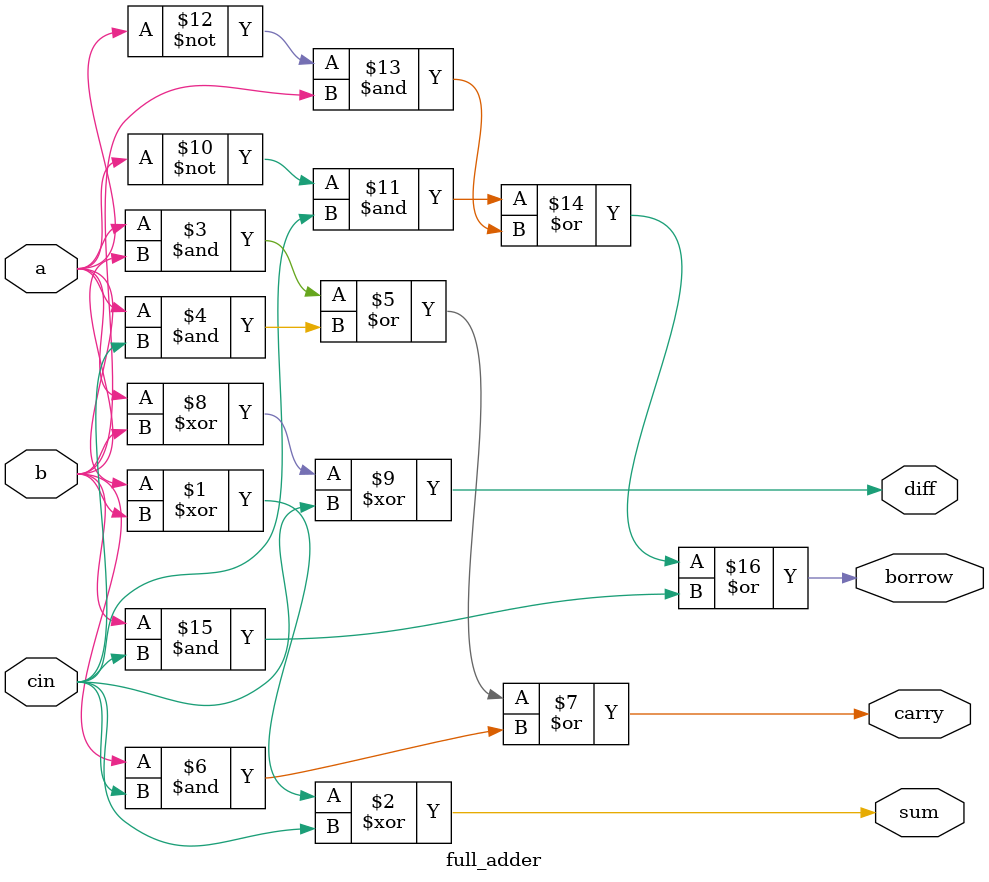
<source format=v>
module full_adder(a,b,cin,sum,diff,carry,borrow);
input a,b,cin;
output sum,diff,carry,borrow;
assign sum = (a^b^cin);
assign carry = (a&b)|(a&cin)|(b&cin);
assign diff = (a^b^cin);
assign borrow = (~a&cin)|(~a&b)|(b&cin);
endmodule
</source>
